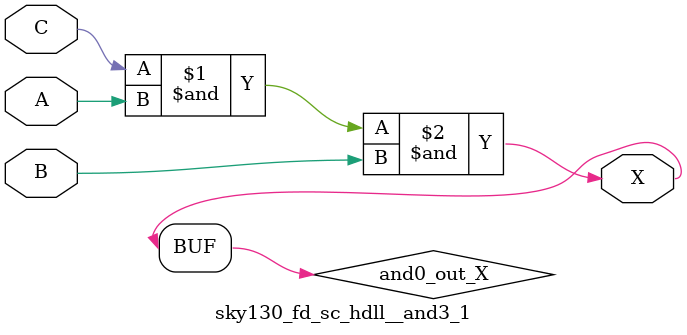
<source format=v>
/*
 * Copyright 2020 The SkyWater PDK Authors
 *
 * Licensed under the Apache License, Version 2.0 (the "License");
 * you may not use this file except in compliance with the License.
 * You may obtain a copy of the License at
 *
 *     https://www.apache.org/licenses/LICENSE-2.0
 *
 * Unless required by applicable law or agreed to in writing, software
 * distributed under the License is distributed on an "AS IS" BASIS,
 * WITHOUT WARRANTIES OR CONDITIONS OF ANY KIND, either express or implied.
 * See the License for the specific language governing permissions and
 * limitations under the License.
 *
 * SPDX-License-Identifier: Apache-2.0
*/


`ifndef SKY130_FD_SC_HDLL__AND3_1_FUNCTIONAL_V
`define SKY130_FD_SC_HDLL__AND3_1_FUNCTIONAL_V

/**
 * and3: 3-input AND.
 *
 * Verilog simulation functional model.
 */

`timescale 1ns / 1ps
`default_nettype none

`celldefine
module sky130_fd_sc_hdll__and3_1 (
    X,
    A,
    B,
    C
);

    // Module ports
    output X;
    input  A;
    input  B;
    input  C;

    // Local signals
    wire and0_out_X;

    //  Name  Output      Other arguments
    and and0 (and0_out_X, C, A, B        );
    buf buf0 (X         , and0_out_X     );

endmodule
`endcelldefine

`default_nettype wire
`endif  // SKY130_FD_SC_HDLL__AND3_1_FUNCTIONAL_V

</source>
